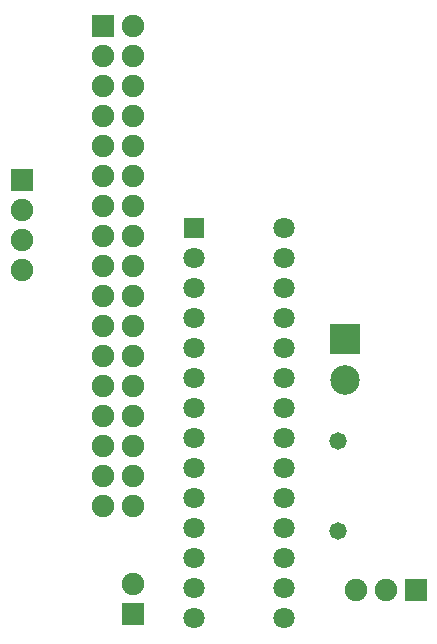
<source format=gbr>
G04 DipTrace 3.1.0.1*
G04 BottomMask.gbr*
%MOIN*%
G04 #@! TF.FileFunction,Soldermask,Bot*
G04 #@! TF.Part,Single*
%AMOUTLINE1*5,1,4,0,0,0.139372,-135.0*%
%ADD31C,0.058*%
%ADD33C,0.058*%
%ADD35C,0.098551*%
%ADD37C,0.074929*%
%ADD39R,0.074929X0.074929*%
%ADD41C,0.070992*%
%ADD43R,0.070992X0.070992*%
%ADD48OUTLINE1*%
%FSLAX26Y26*%
G04*
G70*
G90*
G75*
G01*
G04 BotMask*
%LPD*%
D43*
X1161457Y1912727D3*
D41*
Y1812727D3*
Y1712727D3*
Y1612727D3*
Y1512727D3*
Y1412727D3*
Y1312727D3*
Y1212727D3*
Y1112727D3*
Y1012727D3*
Y912727D3*
Y812727D3*
Y712727D3*
Y612727D3*
X1461457D3*
Y712727D3*
Y812727D3*
Y912727D3*
Y1012727D3*
Y1112727D3*
Y1212727D3*
Y1312727D3*
Y1412727D3*
Y1512727D3*
Y1612727D3*
Y1712727D3*
Y1812727D3*
Y1912727D3*
D39*
X859757Y2585327D3*
D37*
X959757D3*
X859757Y2485327D3*
X959757D3*
X859757Y2385327D3*
X959757D3*
X859757Y2285327D3*
X959757D3*
X859757Y2185327D3*
X959757D3*
X859757Y2085327D3*
X959757D3*
X859757Y1985327D3*
X959757D3*
X859757Y1885327D3*
X959757D3*
X859757Y1785327D3*
X959757D3*
X859757Y1685327D3*
X959757D3*
X859757Y1585327D3*
X959757D3*
X859757Y1485327D3*
X959757D3*
X859757Y1385327D3*
X959757D3*
X859757Y1285327D3*
X959757D3*
X859757Y1185327D3*
X959757D3*
X859757Y1085327D3*
X959757D3*
X859757Y985327D3*
X959757D3*
D48*
X1666357Y1542225D3*
D35*
Y1404429D3*
D39*
X1902857Y706627D3*
D37*
X1802857D3*
X1702857D3*
D39*
X958157Y627727D3*
D37*
Y727727D3*
D33*
X1642957Y902127D3*
D31*
Y1202127D3*
D39*
X588357Y2071827D3*
D37*
Y1971827D3*
Y1871827D3*
Y1771827D3*
M02*

</source>
